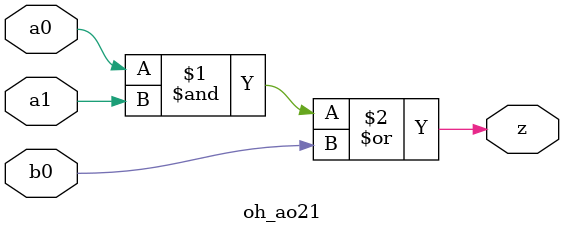
<source format=v>
module oh_ao21(	// file.cleaned.mlir:2:3
  input  a0,	// file.cleaned.mlir:2:25
         a1,	// file.cleaned.mlir:2:38
         b0,	// file.cleaned.mlir:2:51
  output z	// file.cleaned.mlir:2:65
);

  assign z = a0 & a1 | b0;	// file.cleaned.mlir:3:10, :4:10, :5:5
endmodule


</source>
